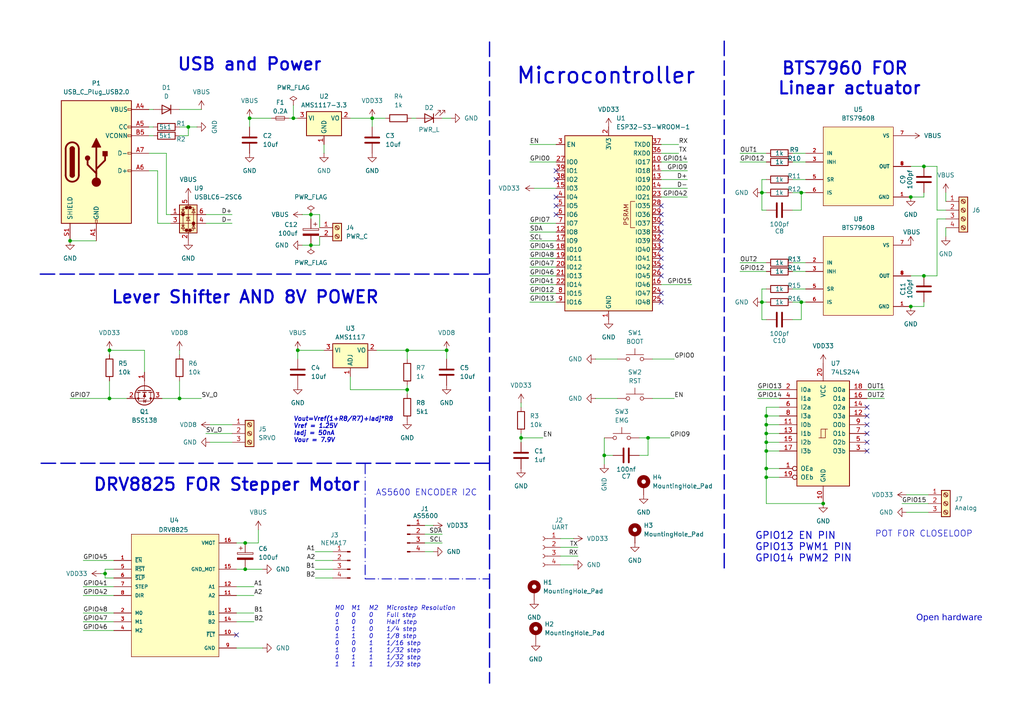
<source format=kicad_sch>
(kicad_sch (version 20231120) (generator "eeschema") (generator_version "8.0")
  (paper "A4")
  (title_block (title "ESP32 Control System") (date "2024-06-15") (rev "v1") (company "Shourov Paul"))
  (lib_symbols
    (symbol "74xx:74LS244" (pin_names (offset 1.016))
      (property "Reference" "U" (at -7.62 16.51 0))
      (property "Value" "74LS244" (at -7.62 -16.51 0))
      (symbol "74LS244_1_0"
        (pin input inverted (at -12.7 -10.16 0) (length 5.08) (name "OEa") (number "1"))
        (pin power_in line (at 0 -20.32 90) (length 5.08) (name "GND") (number "10"))
        (pin input line (at -12.7 2.54 0) (length 5.08) (name "I0b") (number "11"))
        (pin tri_state line (at 12.7 5.08 180) (length 5.08) (name "O3a") (number "12"))
        (pin input line (at -12.7 0 0) (length 5.08) (name "I1b") (number "13"))
        (pin tri_state line (at 12.7 7.62 180) (length 5.08) (name "O2a") (number "14"))
        (pin input line (at -12.7 -2.54 0) (length 5.08) (name "I2b") (number "15"))
        (pin tri_state line (at 12.7 10.16 180) (length 5.08) (name "O1a") (number "16"))
        (pin input line (at -12.7 -5.08 0) (length 5.08) (name "I3b") (number "17"))
        (pin tri_state line (at 12.7 12.7 180) (length 5.08) (name "O0a") (number "18"))
        (pin input inverted (at -12.7 -12.7 0) (length 5.08) (name "OEb") (number "19"))
        (pin input line (at -12.7 12.7 0) (length 5.08) (name "I0a") (number "2"))
        (pin power_in line (at 0 20.32 270) (length 5.08) (name "VCC") (number "20"))
        (pin tri_state line (at 12.7 -5.08 180) (length 5.08) (name "O3b") (number "3"))
        (pin input line (at -12.7 10.16 0) (length 5.08) (name "I1a") (number "4"))
        (pin tri_state line (at 12.7 -2.54 180) (length 5.08) (name "O2b") (number "5"))
        (pin input line (at -12.7 7.62 0) (length 5.08) (name "I2a") (number "6"))
        (pin tri_state line (at 12.7 0 180) (length 5.08) (name "O1b") (number "7"))
        (pin input line (at -12.7 5.08 0) (length 5.08) (name "I3a") (number "8"))
        (pin tri_state line (at 12.7 2.54 180) (length 5.08) (name "O0b") (number "9"))
      )
    )
    (symbol "BTS7960B:BTS7960B" (pin_names (offset 1.016))
      (property "Reference" "U" (at -10.16 10.922 0))
      (property "Value" "BTS7960B" (at -10.16 -15.24 0))
      (symbol "BTS7960B_0_0"
        (pin power_in line (at 15.24 -10.16 180) (length 5.08) (name "GND") (number "1"))
        (pin input line (at -15.24 2.54 0) (length 5.08) (name "IN") (number "2"))
        (pin input line (at -15.24 0 0) (length 5.08) (name "INH") (number "3"))
        (pin output line (at 15.24 -1.27 180) (length 5.08) (name "OUT") (number "4"))
        (pin input line (at -15.24 -5.08 0) (length 5.08) (name "SR") (number "5"))
        (pin output line (at -15.24 -8.89 0) (length 5.08) (name "IS") (number "6"))
        (pin power_in line (at 15.24 7.62 180) (length 5.08) (name "VS") (number "7"))
        (pin output line (at 15.24 -1.27 180) (length 5.08) (name "OUT") (number "8"))
      )
    )
    (symbol "Connector:Conn_01x04_Pin" (pin_names (offset 1.016) hide)
      (property "Reference" "J" (at 0 5.08 0))
      (property "Value" "Conn_01x04_Pin" (at 0 -7.62 0))
      (symbol "Conn_01x04_Pin_1_1"
        (pin passive line (at 5.08 2.54 180) (length 3.81) (name "Pin_1") (number "1"))
        (pin passive line (at 5.08 0 180) (length 3.81) (name "Pin_2") (number "2"))
        (pin passive line (at 5.08 -2.54 180) (length 3.81) (name "Pin_3") (number "3"))
        (pin passive line (at 5.08 -5.08 180) (length 3.81) (name "Pin_4") (number "4"))
      )
    )
    (symbol "Connector:Conn_01x04_Socket" (pin_names (offset 1.016) hide)
      (property "Reference" "J" (at 0 5.08 0))
      (property "Value" "Conn_01x04_Socket" (at 0 -7.62 0))
      (symbol "Conn_01x04_Socket_1_1"
        (pin passive line (at -5.08 2.54 0) (length 3.81) (name "Pin_1") (number "1"))
        (pin passive line (at -5.08 0 0) (length 3.81) (name "Pin_2") (number "2"))
        (pin passive line (at -5.08 -2.54 0) (length 3.81) (name "Pin_3") (number "3"))
        (pin passive line (at -5.08 -5.08 0) (length 3.81) (name "Pin_4") (number "4"))
      )
    )
    (symbol "Connector:Screw_Terminal_01x02" (pin_names (offset 1.016) hide)
      (property "Reference" "J" (at 0 2.54 0))
      (property "Value" "Screw_Terminal_01x02" (at 0 -5.08 0))
      (symbol "Screw_Terminal_01x02_1_1"
        (pin passive line (at -5.08 0 0) (length 3.81) (name "Pin_1") (number "1"))
        (pin passive line (at -5.08 -2.54 0) (length 3.81) (name "Pin_2") (number "2"))
      )
    )
    (symbol "Connector:Screw_Terminal_01x03" (pin_names (offset 1.016) hide)
      (property "Reference" "J" (at 0 5.08 0))
      (property "Value" "Screw_Terminal_01x03" (at 0 -5.08 0))
      (symbol "Screw_Terminal_01x03_1_1"
        (pin passive line (at -5.08 2.54 0) (length 3.81) (name "Pin_1") (number "1"))
        (pin passive line (at -5.08 0 0) (length 3.81) (name "Pin_2") (number "2"))
        (pin passive line (at -5.08 -2.54 0) (length 3.81) (name "Pin_3") (number "3"))
      )
    )
    (symbol "Connector:Screw_Terminal_01x04" (pin_names (offset 1.016) hide)
      (property "Reference" "J" (at 0 5.08 0))
      (property "Value" "Screw_Terminal_01x04" (at 0 -7.62 0))
      (symbol "Screw_Terminal_01x04_1_1"
        (pin passive line (at -5.08 2.54 0) (length 3.81) (name "Pin_1") (number "1"))
        (pin passive line (at -5.08 0 0) (length 3.81) (name "Pin_2") (number "2"))
        (pin passive line (at -5.08 -2.54 0) (length 3.81) (name "Pin_3") (number "3"))
        (pin passive line (at -5.08 -5.08 0) (length 3.81) (name "Pin_4") (number "4"))
      )
    )
    (symbol "Connector:USB_C_Plug_USB2.0" (pin_names (offset 1.016))
      (property "Reference" "P" (at -10.16 19.05 0))
      (property "Value" "USB_C_Plug_USB2.0" (at 12.7 19.05 0))
      (symbol "USB_C_Plug_USB2.0_1_1"
        (pin passive line (at 0 -22.86 90) (length 5.08) (name "GND") (number "A1"))
        (pin passive line (at 0 -22.86 90) (length 5.08) hide (name "GND") (number "A12"))
        (pin passive line (at 15.24 15.24 180) (length 5.08) (name "VBUS") (number "A4"))
        (pin bidirectional line (at 15.24 10.16 180) (length 5.08) (name "CC") (number "A5"))
        (pin bidirectional line (at 15.24 -2.54 180) (length 5.08) (name "D+") (number "A6"))
        (pin bidirectional line (at 15.24 2.54 180) (length 5.08) (name "D-") (number "A7"))
        (pin passive line (at 15.24 15.24 180) (length 5.08) hide (name "VBUS") (number "A9"))
        (pin passive line (at 0 -22.86 90) (length 5.08) hide (name "GND") (number "B1"))
        (pin passive line (at 0 -22.86 90) (length 5.08) hide (name "GND") (number "B12"))
        (pin passive line (at 15.24 15.24 180) (length 5.08) hide (name "VBUS") (number "B4"))
        (pin bidirectional line (at 15.24 7.62 180) (length 5.08) (name "VCONN") (number "B5"))
        (pin passive line (at 15.24 15.24 180) (length 5.08) hide (name "VBUS") (number "B9"))
        (pin passive line (at -7.62 -22.86 90) (length 5.08) (name "SHIELD") (number "S1"))
      )
    )
    (symbol "DRV8825_STEPPER_MOTOR_DRIVER_CARRIER:DRV8825_STEPPER_MOTOR_DRIVER_CARRIER" (pin_names (offset 1.016))
      (property "Reference" "U" (at -12.7 18.542 0))
      (property "Value" "DRV8825_STEPPER_MOTOR_DRIVER_CARRIER" (at -12.7 -20.32 0))
      (property "Footprint" "DRV8825_STEPPER_MOTOR_DRIVER_CARRIER:IC_DRV8825_STEPPER_MOTOR_DRIVER_CARRIER" (at 0 0 0))
      (symbol "DRV8825_STEPPER_MOTOR_DRIVER_CARRIER_0_0"
        (pin input line (at -17.78 10.16 0) (length 5.08) (name "~{EN}") (number "1"))
        (pin output line (at 17.78 -11.43 180) (length 5.08) (name "~{FLT}") (number "10"))
        (pin output line (at 17.78 0 180) (length 5.08) (name "A2") (number "11"))
        (pin output line (at 17.78 2.54 180) (length 5.08) (name "A1") (number "12"))
        (pin output line (at 17.78 -5.08 180) (length 5.08) (name "B1") (number "13"))
        (pin output line (at 17.78 -7.62 180) (length 5.08) (name "B2") (number "14"))
        (pin power_in line (at 17.78 7.62 180) (length 5.08) (name "GND_MOT") (number "15"))
        (pin power_in line (at 17.78 15.24 180) (length 5.08) (name "VMOT") (number "16"))
        (pin input line (at -17.78 -5.08 0) (length 5.08) (name "M0") (number "2"))
        (pin input line (at -17.78 -7.62 0) (length 5.08) (name "M1") (number "3"))
        (pin input line (at -17.78 -10.16 0) (length 5.08) (name "M2") (number "4"))
        (pin input line (at -17.78 7.62 0) (length 5.08) (name "~{RST}") (number "5"))
        (pin input line (at -17.78 5.08 0) (length 5.08) (name "~{SLP}") (number "6"))
        (pin input line (at -17.78 2.54 0) (length 5.08) (name "STEP") (number "7"))
        (pin input line (at -17.78 0 0) (length 5.08) (name "DIR") (number "8"))
        (pin power_in line (at 17.78 -15.24 180) (length 5.08) (name "GND") (number "9"))
      )
    )
    (symbol "Device:C" (pin_numbers hide) (pin_names (offset 0.254))
      (property "Reference" "C" (at 0.635 2.54 0))
      (property "Value" "C" (at 0.635 -2.54 0))
      (symbol "C_1_1"
        (pin passive line (at 0 3.81 270) (length 2.794) (name "~") (number "1"))
        (pin passive line (at 0 -3.81 90) (length 2.794) (name "~") (number "2"))
      )
    )
    (symbol "Device:C_Polarized" (pin_numbers hide) (pin_names (offset 0.254))
      (property "Reference" "C" (at 0.635 2.54 0))
      (property "Value" "C_Polarized" (at 0.635 -2.54 0))
      (symbol "C_Polarized_1_1"
        (pin passive line (at 0 3.81 270) (length 2.794) (name "~") (number "1"))
        (pin passive line (at 0 -3.81 90) (length 2.794) (name "~") (number "2"))
      )
    )
    (symbol "Device:D" (pin_numbers hide) (pin_names (offset 1.016) hide)
      (property "Reference" "D" (at 0 2.54 0))
      (property "Value" "D" (at 0 -2.54 0))
      (symbol "D_1_1"
        (pin passive line (at -3.81 0 0) (length 2.54) (name "K") (number "1"))
        (pin passive line (at 3.81 0 180) (length 2.54) (name "A") (number "2"))
      )
    )
    (symbol "Device:Fuse_Small" (pin_numbers hide) (pin_names (offset 0.254) hide)
      (property "Reference" "F" (at 0 -1.524 0))
      (property "Value" "Fuse_Small" (at 0 1.524 0))
      (symbol "Fuse_Small_1_1"
        (pin passive line (at -2.54 0 0) (length 1.27) (name "~") (number "1"))
        (pin passive line (at 2.54 0 180) (length 1.27) (name "~") (number "2"))
      )
    )
    (symbol "Device:LED" (pin_numbers hide) (pin_names (offset 1.016) hide)
      (property "Reference" "D" (at 0 2.54 0))
      (property "Value" "LED" (at 0 -2.54 0))
      (symbol "LED_1_1"
        (pin passive line (at -3.81 0 0) (length 2.54) (name "K") (number "1"))
        (pin passive line (at 3.81 0 180) (length 2.54) (name "A") (number "2"))
      )
    )
    (symbol "Device:R" (pin_numbers hide) (pin_names (offset 0))
      (property "Reference" "R" (at 2.032 0 90))
      (property "Value" "R" (at 0 0 90))
      (symbol "R_1_1"
        (pin passive line (at 0 3.81 270) (length 1.27) (name "~") (number "1"))
        (pin passive line (at 0 -3.81 90) (length 1.27) (name "~") (number "2"))
      )
    )
    (symbol "Mechanical:MountingHole_Pad" (pin_numbers hide) (pin_names (offset 1.016) hide) (exclude_from_sim yes) (in_bom no)
      (property "Reference" "H" (at 0 6.35 0))
      (property "Value" "MountingHole_Pad" (at 0 4.445 0))
      (symbol "MountingHole_Pad_1_1"
        (pin input line (at 0 -2.54 90) (length 2.54) (name "1") (number "1"))
      )
    )
    (symbol "Power_Protection:USBLC6-2SC6" (pin_names hide)
      (property "Reference" "U" (at 0.635 5.715 0))
      (property "Value" "USBLC6-2SC6" (at 0.635 3.81 0))
      (symbol "USBLC6-2SC6_1_1"
        (pin passive line (at -5.08 0 0) (length 2.54) (name "I/O1") (number "1"))
        (pin passive line (at 0 -7.62 90) (length 2.54) (name "GND") (number "2"))
        (pin passive line (at -5.08 -2.54 0) (length 2.54) (name "I/O2") (number "3"))
        (pin passive line (at 5.08 -2.54 180) (length 2.54) (name "I/O2") (number "4"))
        (pin passive line (at 0 5.08 270) (length 2.54) (name "VBUS") (number "5"))
        (pin passive line (at 5.08 0 180) (length 2.54) (name "I/O1") (number "6"))
      )
    )
    (symbol "RF_Module:ESP32-S3-WROOM-1"
      (property "Reference" "U" (at -12.7 26.67 0))
      (property "Value" "ESP32-S3-WROOM-1" (at 12.7 26.67 0))
      (symbol "ESP32-S3-WROOM-1_0_0"
        (text "PSRAM" (at 5.08 2.54 900) (effects (font (size 1.27 1.27))))
      )
      (symbol "ESP32-S3-WROOM-1_1_1"
        (pin power_in line (at 0 -27.94 90) (length 2.54) (name "GND") (number "1"))
        (pin bidirectional line (at 15.24 17.78 180) (length 2.54) (name "IO17") (number "10"))
        (pin bidirectional line (at 15.24 15.24 180) (length 2.54) (name "IO18") (number "11"))
        (pin bidirectional line (at -15.24 -2.54 0) (length 2.54) (name "IO8") (number "12"))
        (pin bidirectional line (at 15.24 12.7 180) (length 2.54) (name "IO19") (number "13"))
        (pin bidirectional line (at 15.24 10.16 180) (length 2.54) (name "IO20") (number "14"))
        (pin bidirectional line (at -15.24 10.16 0) (length 2.54) (name "IO3") (number "15"))
        (pin bidirectional line (at 15.24 -17.78 180) (length 2.54) (name "IO46") (number "16"))
        (pin bidirectional line (at -15.24 -5.08 0) (length 2.54) (name "IO9") (number "17"))
        (pin bidirectional line (at -15.24 -7.62 0) (length 2.54) (name "IO10") (number "18"))
        (pin bidirectional line (at -15.24 -10.16 0) (length 2.54) (name "IO11") (number "19"))
        (pin power_in line (at 0 27.94 270) (length 2.54) (name "3V3") (number "2"))
        (pin bidirectional line (at -15.24 -12.7 0) (length 2.54) (name "IO12") (number "20"))
        (pin bidirectional line (at -15.24 -15.24 0) (length 2.54) (name "IO13") (number "21"))
        (pin bidirectional line (at -15.24 -17.78 0) (length 2.54) (name "IO14") (number "22"))
        (pin bidirectional line (at 15.24 7.62 180) (length 2.54) (name "IO21") (number "23"))
        (pin bidirectional line (at 15.24 -20.32 180) (length 2.54) (name "IO47") (number "24"))
        (pin bidirectional line (at 15.24 -22.86 180) (length 2.54) (name "IO48") (number "25"))
        (pin bidirectional line (at 15.24 -15.24 180) (length 2.54) (name "IO45") (number "26"))
        (pin bidirectional line (at -15.24 17.78 0) (length 2.54) (name "IO0") (number "27"))
        (pin bidirectional line (at 15.24 5.08 180) (length 2.54) (name "IO35") (number "28"))
        (pin bidirectional line (at 15.24 2.54 180) (length 2.54) (name "IO36") (number "29"))
        (pin input line (at -15.24 22.86 0) (length 2.54) (name "EN") (number "3"))
        (pin bidirectional line (at 15.24 0 180) (length 2.54) (name "IO37") (number "30"))
        (pin bidirectional line (at 15.24 -2.54 180) (length 2.54) (name "IO38") (number "31"))
        (pin bidirectional line (at 15.24 -5.08 180) (length 2.54) (name "IO39") (number "32"))
        (pin bidirectional line (at 15.24 -7.62 180) (length 2.54) (name "IO40") (number "33"))
        (pin bidirectional line (at 15.24 -10.16 180) (length 2.54) (name "IO41") (number "34"))
        (pin bidirectional line (at 15.24 -12.7 180) (length 2.54) (name "IO42") (number "35"))
        (pin bidirectional line (at 15.24 20.32 180) (length 2.54) (name "RXD0") (number "36"))
        (pin bidirectional line (at 15.24 22.86 180) (length 2.54) (name "TXD0") (number "37"))
        (pin bidirectional line (at -15.24 12.7 0) (length 2.54) (name "IO2") (number "38"))
        (pin bidirectional line (at -15.24 15.24 0) (length 2.54) (name "IO1") (number "39"))
        (pin bidirectional line (at -15.24 7.62 0) (length 2.54) (name "IO4") (number "4"))
        (pin passive line (at 0 -27.94 90) (length 2.54) hide (name "GND") (number "40"))
        (pin passive line (at 0 -27.94 90) (length 2.54) hide (name "GND") (number "41"))
        (pin bidirectional line (at -15.24 5.08 0) (length 2.54) (name "IO5") (number "5"))
        (pin bidirectional line (at -15.24 2.54 0) (length 2.54) (name "IO6") (number "6"))
        (pin bidirectional line (at -15.24 0 0) (length 2.54) (name "IO7") (number "7"))
        (pin bidirectional line (at -15.24 -20.32 0) (length 2.54) (name "IO15") (number "8"))
        (pin bidirectional line (at -15.24 -22.86 0) (length 2.54) (name "IO16") (number "9"))
      )
    )
    (symbol "Regulator_Linear:AMS1117"
      (property "Reference" "U" (at -3.81 3.175 0))
      (property "Value" "AMS1117" (at 0 3.175 0))
      (symbol "AMS1117_1_1"
        (pin input line (at 0 -7.62 90) (length 2.54) (name "ADJ") (number "1"))
        (pin power_out line (at 7.62 0 180) (length 2.54) (name "VO") (number "2"))
        (pin power_in line (at -7.62 0 0) (length 2.54) (name "VI") (number "3"))
      )
    )
    (symbol "Regulator_Linear:AMS1117-3.3"
      (property "Reference" "U" (at -3.81 3.175 0))
      (property "Value" "AMS1117-3.3" (at 0 3.175 0))
      (symbol "AMS1117-3.3_1_1"
        (pin power_in line (at 0 -7.62 90) (length 2.54) (name "GND") (number "1"))
        (pin power_out line (at 7.62 0 180) (length 2.54) (name "VO") (number "2"))
        (pin power_in line (at -7.62 0 0) (length 2.54) (name "VI") (number "3"))
      )
    )
    (symbol "Switch:SW_Push" (pin_numbers hide) (pin_names (offset 1.016) hide)
      (property "Reference" "SW" (at 1.27 2.54 0))
      (property "Value" "SW_Push" (at 0 -1.524 0))
      (symbol "SW_Push_0_1"
        (pin passive line (at -5.08 0 0) (length 2.54) (name "1") (number "1"))
        (pin passive line (at 5.08 0 180) (length 2.54) (name "2") (number "2"))
      )
    )
    (symbol "Transistor_FET:BSS138" (pin_names hide)
      (property "Reference" "Q" (at 5.08 1.905 0))
      (property "Value" "BSS138" (at 5.08 0 0))
      (symbol "BSS138_1_1"
        (pin input line (at -5.08 0 0) (length 2.54) (name "G") (number "1"))
        (pin passive line (at 2.54 -5.08 90) (length 2.54) (name "S") (number "2"))
        (pin passive line (at 2.54 5.08 270) (length 2.54) (name "D") (number "3"))
      )
    )
    (symbol "power:GND" (power) (pin_numbers hide) (pin_names (offset 0) hide)
      (property "Value" "GND" (at 0 -3.81 0))
      (symbol "GND_1_1"
        (pin power_in line (at 0 0 270) (length 0) (name "~") (number "1"))
      )
    )
    (symbol "power:PWR_FLAG" (power) (pin_numbers hide) (pin_names (offset 0) hide)
      (property "Value" "PWR_FLAG" (at 0 3.81 0))
      (symbol "PWR_FLAG_0_0"
        (pin power_out line (at 0 0 90) (length 0) (name "~") (number "1"))
      )
    )
    (symbol "power:VBUS" (power) (pin_numbers hide) (pin_names (offset 0) hide)
      (property "Value" "VBUS" (at 0 3.556 0))
      (symbol "VBUS_1_1"
        (pin power_in line (at 0 0 90) (length 0) (name "~") (number "1"))
      )
    )
    (symbol "power:VDD" (power) (pin_numbers hide) (pin_names (offset 0) hide)
      (property "Value" "VDD" (at 0 3.556 0))
      (symbol "VDD_1_1"
        (pin power_in line (at 0 0 90) (length 0) (name "~") (number "1"))
      )
    )
  )
  (junction (at 264.16 88.9))
  (junction (at 264.16 57.15))
  (junction (at 187.96 127))
  (junction (at 222.25 123.19))
  (junction (at 222.25 138.43))
  (junction (at 222.25 128.27))
  (junction (at 238.76 146.05))
  (junction (at 31.75 115.57))
  (junction (at 118.11 101.6))
  (junction (at 222.25 120.65))
  (junction (at 20.32 69.85))
  (junction (at 220.98 55.88))
  (junction (at 90.17 71.12))
  (junction (at 85.09 34.29))
  (junction (at 118.11 113.03))
  (junction (at 232.41 55.88))
  (junction (at 90.17 62.23))
  (junction (at 220.98 87.63))
  (junction (at 151.13 127))
  (junction (at 86.36 101.6))
  (junction (at 175.26 132.08))
  (junction (at 52.07 115.57))
  (junction (at 129.54 101.6))
  (junction (at 71.12 157.48))
  (junction (at 72.39 34.29))
  (junction (at 107.95 34.29))
  (junction (at 222.25 135.89))
  (junction (at 31.75 101.6))
  (junction (at 71.12 165.1))
  (junction (at 30.48 166.37))
  (junction (at 232.41 87.63))
  (junction (at 222.25 125.73))
  (junction (at 54.61 36.83))
  (junction (at 267.97 48.26))
  (junction (at 222.25 130.81))
  (junction (at 267.97 80.01))
  (no_connect (at 191.77 62.23))
  (no_connect (at 191.77 74.93))
  (no_connect (at 191.77 67.31))
  (no_connect (at 251.46 118.11))
  (no_connect (at 191.77 77.47))
  (no_connect (at 191.77 72.39))
  (no_connect (at 161.29 57.15))
  (no_connect (at 161.29 59.69))
  (no_connect (at 68.58 184.15))
  (no_connect (at 251.46 123.19))
  (no_connect (at 251.46 130.81))
  (no_connect (at 191.77 87.63))
  (no_connect (at 251.46 120.65))
  (no_connect (at 191.77 69.85))
  (no_connect (at 251.46 128.27))
  (no_connect (at 161.29 49.53))
  (no_connect (at 191.77 64.77))
  (no_connect (at 191.77 59.69))
  (no_connect (at 191.77 85.09))
  (no_connect (at 161.29 62.23))
  (no_connect (at 161.29 52.07))
  (no_connect (at 251.46 125.73))
  (no_connect (at 191.77 80.01))
  (polyline (pts (xy 141.986 12.192) (xy 141.986 198.12)) (stroke (width 0.381) (type dash)))
  (wire (pts (xy 229.87 87.63) (xy 232.41 87.63)))
  (wire (pts (xy 54.61 36.83) (xy 52.07 36.83)))
  (wire (pts (xy 101.6 113.03) (xy 118.11 113.03)))
  (wire (pts (xy 107.95 34.29) (xy 111.76 34.29)))
  (wire (pts (xy 73.66 177.8) (xy 68.58 177.8)))
  (wire (pts (xy 68.58 187.96) (xy 76.2 187.96)))
  (wire (pts (xy 52.07 31.75) (xy 58.42 31.75)))
  (wire (pts (xy 256.54 115.57) (xy 251.46 115.57)))
  (wire (pts (xy 267.97 87.63) (xy 267.97 88.9)))
  (wire (pts (xy 24.13 172.72) (xy 33.02 172.72)))
  (wire (pts (xy 125.73 160.02) (xy 123.19 160.02)))
  (wire (pts (xy 220.98 83.82) (xy 220.98 87.63)))
  (wire (pts (xy 175.26 132.08) (xy 177.8 132.08)))
  (wire (pts (xy 87.63 62.23) (xy 90.17 62.23)))
  (wire (pts (xy 222.25 128.27) (xy 222.25 130.81)))
  (wire (pts (xy 74.93 157.48) (xy 74.93 153.67)))
  (wire (pts (xy 129.54 101.6) (xy 129.54 104.14)))
  (wire (pts (xy 187.96 127) (xy 194.31 127)))
  (wire (pts (xy 222.25 125.73) (xy 222.25 128.27)))
  (wire (pts (xy 229.87 44.45) (xy 233.68 44.45)))
  (wire (pts (xy 172.72 104.14) (xy 179.07 104.14)))
  (wire (pts (xy 153.67 67.31) (xy 161.29 67.31)))
  (wire (pts (xy 157.48 127) (xy 151.13 127)))
  (wire (pts (xy 229.87 46.99) (xy 233.68 46.99)))
  (wire (pts (xy 222.25 130.81) (xy 222.25 135.89)))
  (wire (pts (xy 222.25 125.73) (xy 226.06 125.73)))
  (wire (pts (xy 271.78 60.96) (xy 271.78 48.26)))
  (wire (pts (xy 128.27 154.94) (xy 123.19 154.94)))
  (wire (pts (xy 199.39 52.07) (xy 191.77 52.07)))
  (wire (pts (xy 229.87 76.2) (xy 233.68 76.2)))
  (polyline (pts (xy 11.684 79.502) (xy 141.986 79.502)) (stroke (width 0.381) (type dash)))
  (wire (pts (xy 269.24 148.59) (xy 262.89 148.59)))
  (wire (pts (xy 41.91 107.95) (xy 41.91 101.6)))
  (wire (pts (xy 199.39 54.61) (xy 191.77 54.61)))
  (wire (pts (xy 219.71 115.57) (xy 226.06 115.57)))
  (wire (pts (xy 222.25 138.43) (xy 226.06 138.43)))
  (wire (pts (xy 229.87 52.07) (xy 233.68 52.07)))
  (wire (pts (xy 86.36 101.6) (xy 86.36 104.14)))
  (wire (pts (xy 128.27 157.48) (xy 123.19 157.48)))
  (wire (pts (xy 92.71 71.12) (xy 92.71 68.58)))
  (wire (pts (xy 72.39 34.29) (xy 78.74 34.29)))
  (wire (pts (xy 71.12 165.1) (xy 76.2 165.1)))
  (wire (pts (xy 118.11 111.76) (xy 118.11 113.03)))
  (wire (pts (xy 67.31 62.23) (xy 59.69 62.23)))
  (polyline (pts (xy 210.058 11.938) (xy 210.058 166.116)) (stroke (width 0.381) (type dash)))
  (wire (pts (xy 222.25 123.19) (xy 222.25 125.73)))
  (wire (pts (xy 83.82 34.29) (xy 85.09 34.29)))
  (wire (pts (xy 175.26 132.08) (xy 175.26 127)))
  (wire (pts (xy 222.25 52.07) (xy 220.98 52.07)))
  (wire (pts (xy 153.67 72.39) (xy 161.29 72.39)))
  (wire (pts (xy 261.62 146.05) (xy 269.24 146.05)))
  (wire (pts (xy 85.09 34.29) (xy 86.36 34.29)))
  (wire (pts (xy 153.67 46.99) (xy 161.29 46.99)))
  (wire (pts (xy 200.66 82.55) (xy 191.77 82.55)))
  (wire (pts (xy 43.18 36.83) (xy 44.45 36.83)))
  (wire (pts (xy 52.07 101.6) (xy 52.07 102.87)))
  (wire (pts (xy 214.63 44.45) (xy 222.25 44.45)))
  (wire (pts (xy 31.75 110.49) (xy 31.75 115.57)))
  (wire (pts (xy 232.41 60.96) (xy 232.41 55.88)))
  (wire (pts (xy 195.58 104.14) (xy 189.23 104.14)))
  (wire (pts (xy 199.39 49.53) (xy 191.77 49.53)))
  (wire (pts (xy 91.44 160.02) (xy 96.52 160.02)))
  (wire (pts (xy 125.73 152.4) (xy 123.19 152.4)))
  (wire (pts (xy 128.27 34.29) (xy 130.81 34.29)))
  (wire (pts (xy 222.25 130.81) (xy 226.06 130.81)))
  (wire (pts (xy 101.6 109.22) (xy 101.6 113.03)))
  (wire (pts (xy 256.54 113.03) (xy 251.46 113.03)))
  (wire (pts (xy 232.41 55.88) (xy 233.68 55.88)))
  (wire (pts (xy 220.98 92.71) (xy 220.98 87.63)))
  (wire (pts (xy 24.13 177.8) (xy 33.02 177.8)))
  (wire (pts (xy 269.24 143.51) (xy 262.89 143.51)))
  (wire (pts (xy 43.18 39.37) (xy 44.45 39.37)))
  (wire (pts (xy 43.18 44.45) (xy 48.26 44.45)))
  (polyline (pts (xy 105.918 134.62) (xy 105.918 167.894)) (stroke (width 0.254) (type dash_dot)))
  (wire (pts (xy 85.09 30.48) (xy 85.09 34.29)))
  (wire (pts (xy 68.58 157.48) (xy 71.12 157.48)))
  (wire (pts (xy 222.25 135.89) (xy 222.25 138.43)))
  (wire (pts (xy 118.11 104.14) (xy 118.11 101.6)))
  (wire (pts (xy 87.63 71.12) (xy 90.17 71.12)))
  (wire (pts (xy 214.63 76.2) (xy 222.25 76.2)))
  (wire (pts (xy 52.07 110.49) (xy 52.07 115.57)))
  (wire (pts (xy 54.61 39.37) (xy 54.61 36.83)))
  (wire (pts (xy 185.42 132.08) (xy 187.96 132.08)))
  (wire (pts (xy 31.75 101.6) (xy 31.75 102.87)))
  (wire (pts (xy 226.06 118.11) (xy 222.25 118.11)))
  (wire (pts (xy 162.56 163.83) (xy 166.37 163.83)))
  (wire (pts (xy 29.21 166.37) (xy 30.48 166.37)))
  (wire (pts (xy 45.72 49.53) (xy 45.72 64.77)))
  (wire (pts (xy 107.95 34.29) (xy 107.95 36.83)))
  (wire (pts (xy 151.13 116.84) (xy 151.13 118.11)))
  (wire (pts (xy 43.18 49.53) (xy 45.72 49.53)))
  (wire (pts (xy 151.13 127) (xy 151.13 128.27)))
  (wire (pts (xy 222.25 123.19) (xy 226.06 123.19)))
  (wire (pts (xy 222.25 146.05) (xy 238.76 146.05)))
  (wire (pts (xy 41.91 101.6) (xy 31.75 101.6)))
  (wire (pts (xy 162.56 156.21) (xy 166.37 156.21)))
  (wire (pts (xy 271.78 63.5) (xy 274.32 63.5)))
  (wire (pts (xy 222.25 120.65) (xy 222.25 123.19)))
  (wire (pts (xy 90.17 62.23) (xy 92.71 62.23)))
  (wire (pts (xy 232.41 87.63) (xy 233.68 87.63)))
  (polyline (pts (xy 11.938 134.366) (xy 142.24 134.366)) (stroke (width 0.381) (type dash)))
  (wire (pts (xy 68.58 165.1) (xy 71.12 165.1)))
  (wire (pts (xy 187.96 132.08) (xy 187.96 127)))
  (wire (pts (xy 91.44 167.64) (xy 96.52 167.64)))
  (wire (pts (xy 73.66 172.72) (xy 68.58 172.72)))
  (wire (pts (xy 20.32 69.85) (xy 27.94 69.85)))
  (wire (pts (xy 73.66 180.34) (xy 68.58 180.34)))
  (wire (pts (xy 229.87 55.88) (xy 232.41 55.88)))
  (wire (pts (xy 220.98 60.96) (xy 220.98 55.88)))
  (wire (pts (xy 271.78 80.01) (xy 267.97 80.01)))
  (polyline (pts (xy 141.986 79.502) (xy 141.986 79.248)))
  (wire (pts (xy 118.11 101.6) (xy 129.54 101.6)))
  (wire (pts (xy 153.67 41.91) (xy 161.29 41.91)))
  (wire (pts (xy 271.78 60.96) (xy 274.32 60.96)))
  (wire (pts (xy 222.25 135.89) (xy 226.06 135.89)))
  (wire (pts (xy 67.31 128.27) (xy 60.96 128.27)))
  (wire (pts (xy 229.87 83.82) (xy 233.68 83.82)))
  (wire (pts (xy 67.31 64.77) (xy 59.69 64.77)))
  (wire (pts (xy 196.85 44.45) (xy 191.77 44.45)))
  (wire (pts (xy 30.48 167.64) (xy 30.48 166.37)))
  (wire (pts (xy 91.44 162.56) (xy 96.52 162.56)))
  (wire (pts (xy 52.07 39.37) (xy 54.61 39.37)))
  (wire (pts (xy 214.63 78.74) (xy 222.25 78.74)))
  (wire (pts (xy 52.07 115.57) (xy 46.99 115.57)))
  (polyline (pts (xy 105.918 167.894) (xy 141.986 167.894)) (stroke (width 0.254) (type dash_dot)))
  (wire (pts (xy 31.75 115.57) (xy 36.83 115.57)))
  (wire (pts (xy 153.67 74.93) (xy 161.29 74.93)))
  (wire (pts (xy 267.97 55.88) (xy 267.97 57.15)))
  (wire (pts (xy 220.98 52.07) (xy 220.98 55.88)))
  (wire (pts (xy 57.15 36.83) (xy 54.61 36.83)))
  (wire (pts (xy 92.71 62.23) (xy 92.71 66.04)))
  (wire (pts (xy 232.41 92.71) (xy 232.41 87.63)))
  (wire (pts (xy 175.26 134.62) (xy 175.26 132.08)))
  (wire (pts (xy 48.26 44.45) (xy 48.26 62.23)))
  (wire (pts (xy 45.72 64.77) (xy 49.53 64.77)))
  (wire (pts (xy 172.72 115.57) (xy 179.07 115.57)))
  (wire (pts (xy 33.02 167.64) (xy 30.48 167.64)))
  (wire (pts (xy 24.13 180.34) (xy 33.02 180.34)))
  (wire (pts (xy 220.98 55.88) (xy 222.25 55.88)))
  (wire (pts (xy 195.58 115.57) (xy 189.23 115.57)))
  (wire (pts (xy 222.25 83.82) (xy 220.98 83.82)))
  (wire (pts (xy 90.17 62.23) (xy 90.17 63.5)))
  (wire (pts (xy 48.26 62.23) (xy 49.53 62.23)))
  (wire (pts (xy 90.17 71.12) (xy 92.71 71.12)))
  (wire (pts (xy 154.94 54.61) (xy 161.29 54.61)))
  (wire (pts (xy 153.67 77.47) (xy 161.29 77.47)))
  (wire (pts (xy 24.13 182.88) (xy 33.02 182.88)))
  (wire (pts (xy 222.25 92.71) (xy 220.98 92.71)))
  (wire (pts (xy 30.48 165.1) (xy 33.02 165.1)))
  (wire (pts (xy 271.78 63.5) (xy 271.78 80.01)))
  (wire (pts (xy 109.22 101.6) (xy 118.11 101.6)))
  (wire (pts (xy 167.64 158.75) (xy 162.56 158.75)))
  (wire (pts (xy 153.67 85.09) (xy 161.29 85.09)))
  (wire (pts (xy 264.16 48.26) (xy 267.97 48.26)))
  (wire (pts (xy 153.67 69.85) (xy 161.29 69.85)))
  (wire (pts (xy 73.66 170.18) (xy 68.58 170.18)))
  (wire (pts (xy 43.18 31.75) (xy 44.45 31.75)))
  (wire (pts (xy 267.97 57.15) (xy 264.16 57.15)))
  (wire (pts (xy 93.98 41.91) (xy 93.98 44.45)))
  (wire (pts (xy 229.87 78.74) (xy 233.68 78.74)))
  (wire (pts (xy 222.25 138.43) (xy 222.25 146.05)))
  (wire (pts (xy 91.44 165.1) (xy 96.52 165.1)))
  (wire (pts (xy 264.16 80.01) (xy 267.97 80.01)))
  (wire (pts (xy 271.78 48.26) (xy 267.97 48.26)))
  (wire (pts (xy 220.98 87.63) (xy 222.25 87.63)))
  (wire (pts (xy 229.87 92.71) (xy 232.41 92.71)))
  (wire (pts (xy 59.69 125.73) (xy 67.31 125.73)))
  (wire (pts (xy 58.42 115.57) (xy 52.07 115.57)))
  (wire (pts (xy 222.25 60.96) (xy 220.98 60.96)))
  (wire (pts (xy 101.6 34.29) (xy 107.95 34.29)))
  (wire (pts (xy 72.39 34.29) (xy 72.39 36.83)))
  (wire (pts (xy 86.36 101.6) (xy 93.98 101.6)))
  (wire (pts (xy 222.25 120.65) (xy 226.06 120.65)))
  (wire (pts (xy 222.25 118.11) (xy 222.25 120.65)))
  (wire (pts (xy 199.39 46.99) (xy 191.77 46.99)))
  (wire (pts (xy 153.67 80.01) (xy 161.29 80.01)))
  (wire (pts (xy 185.42 127) (xy 187.96 127)))
  (polyline (pts (xy 141.986 79.248) (xy 141.986 79.502)))
  (wire (pts (xy 118.11 113.03) (xy 118.11 114.3)))
  (wire (pts (xy 222.25 128.27) (xy 226.06 128.27)))
  (wire (pts (xy 153.67 82.55) (xy 161.29 82.55)))
  (wire (pts (xy 151.13 125.73) (xy 151.13 127)))
  (wire (pts (xy 153.67 64.77) (xy 161.29 64.77)))
  (wire (pts (xy 229.87 60.96) (xy 232.41 60.96)))
  (wire (pts (xy 274.32 55.88) (xy 274.32 58.42)))
  (wire (pts (xy 24.13 170.18) (xy 33.02 170.18)))
  (wire (pts (xy 167.64 161.29) (xy 162.56 161.29)))
  (wire (pts (xy 119.38 34.29) (xy 120.65 34.29)))
  (wire (pts (xy 274.32 66.04) (xy 274.32 68.58)))
  (wire (pts (xy 20.32 115.57) (xy 31.75 115.57)))
  (wire (pts (xy 267.97 88.9) (xy 264.16 88.9)))
  (wire (pts (xy 67.31 123.19) (xy 60.96 123.19)))
  (wire (pts (xy 219.71 113.03) (xy 226.06 113.03)))
  (wire (pts (xy 24.13 162.56) (xy 33.02 162.56)))
  (wire (pts (xy 71.12 157.48) (xy 74.93 157.48)))
  (wire (pts (xy 199.39 57.15) (xy 191.77 57.15)))
  (wire (pts (xy 196.85 41.91) (xy 191.77 41.91)))
  (wire (pts (xy 153.67 87.63) (xy 161.29 87.63)))
  (wire (pts (xy 214.63 46.99) (xy 222.25 46.99)))
  (wire (pts (xy 30.48 166.37) (xy 30.48 165.1)))
  (text "M0	M1	M2	Microstep Resolution\n0	0	0	Full step\n1	0	0	Half step\n0	1	0	1/4 step\n1	1	0	1/8 step\n0	0	1	1/16 step\n1	0	1	1/32 step\n0	1	1	1/32 step\n1	1	1	1/32 step" (at 97.028 184.658 0) (effects (font (size 1.27 1.27) (italic yes)) (justify left)))
  (text "AS5600 ENCODER I2C" (at 123.698 143.002 0) (effects (font (size 1.778 1.778))))
  (text "GPIO12 EN PIN\nGPIO13 PWM1 PIN\nGPIO14 PWM2 PIN" (at 218.948 158.75 0) (effects (font (size 2.032 2.032) (thickness 0.254) (bold yes)) (justify left)))
  (text "USB and Power\n" (at 72.39 18.796 0) (effects (font (size 3.556 3.556) (thickness 0.6096) (bold yes))))
  (text "Open hardware" (at 275.336 179.832 0) (effects (font (size 1.778 1.778))))
  (text "Lever Shifter AND 8V POWER" (at 71.12 86.36 0) (effects (font (size 3.556 3.556) (thickness 0.6096) (bold yes))))
  (text "POT FOR CLOSELOOP" (at 267.97 154.94 0) (effects (font (size 1.778 1.778))))
  (text "Microcontroller" (at 175.768 22.098 0) (effects (font (size 4.572 4.572) (thickness 0.6096) (bold yes))))
  (text "BTS7960 FOR \nLinear actuator" (at 246.38 22.86 0) (effects (font (size 3.556 3.556) (thickness 0.6096) (bold yes))))
  (text "Vout=Vref(1+R8/R7)+Iadj*R8\nVref = 1.25V\nIadj = 50nA\nVour = 7.9V" (at 85.09 124.714 0) (effects (font (size 1.27 1.27) (thickness 0.254) (bold yes) (italic yes)) (justify left)))
  (text "DRV8825 FOR Stepper Motor" (at 65.786 140.716 0) (effects (font (size 3.556 3.556) (thickness 0.6096) (bold yes))))
  (label "GPIO41" (at 153.67 82.55 0))
  (label "OUT2" (at 214.63 76.2 0))
  (label "GPIO15" (at 261.62 146.05 0))
  (label "GPIO14" (at 219.71 115.57 0))
  (label "B2" (at 73.66 180.34 0))
  (label "EN" (at 153.67 41.91 0))
  (label "SV_O" (at 59.69 125.73 0))
  (label "GPIO48" (at 153.67 74.93 0))
  (label "GPIO45" (at 24.13 162.56 0))
  (label "SCL" (at 153.67 69.85 0))
  (label "GPIO14" (at 199.39 46.99 180))
  (label "TX" (at 167.64 158.75 180))
  (label "GPIO45" (at 153.67 72.39 0))
  (label "A1" (at 91.44 160.02 180))
  (label "GPIO0" (at 195.58 104.14 0))
  (label "D-" (at 67.31 64.77 180))
  (label "GPIO13" (at 153.67 87.63 0))
  (label "A2" (at 91.44 162.56 180))
  (label "GPIO46" (at 24.13 182.88 0))
  (label "GPIO47" (at 24.13 180.34 0))
  (label "SDA" (at 153.67 67.31 0))
  (label "GPIO47" (at 153.67 77.47 0))
  (label "GPIO42" (at 199.39 57.15 180))
  (label "OUT1" (at 256.54 113.03 180))
  (label "D+" (at 199.39 52.07 180))
  (label "SDA" (at 128.27 154.94 180))
  (label "B1" (at 91.44 165.1 180))
  (label "GPIO0" (at 153.67 46.99 0))
  (label "GPIO13" (at 219.71 113.03 0))
  (label "D-" (at 199.39 54.61 180))
  (label "D+" (at 67.31 62.23 180))
  (label "EN" (at 195.58 115.57 0))
  (label "B1" (at 73.66 177.8 0))
  (label "SV_O" (at 58.42 115.57 0))
  (label "GPIO12" (at 214.63 78.74 0))
  (label "GPIO7" (at 20.32 115.57 0))
  (label "A2" (at 73.66 172.72 0))
  (label "GPIO12" (at 214.63 46.99 0))
  (label "GPIO48" (at 24.13 177.8 0))
  (label "EN" (at 157.48 127 0))
  (label "GPIO42" (at 24.13 172.72 0))
  (label "GPIO15" (at 200.66 82.55 180))
  (label "GPIO12" (at 153.67 85.09 0))
  (label "RX" (at 167.64 161.29 180))
  (label "GPIO41" (at 24.13 170.18 0))
  (label "GPIO7" (at 153.67 64.77 0))
  (label "GPIO46" (at 153.67 80.01 0))
  (label "OUT2" (at 256.54 115.57 180))
  (label "A1" (at 73.66 170.18 0))
  (label "GPIO9" (at 194.31 127 0))
  (label "B2" (at 91.44 167.64 180))
  (label "GPIO9" (at 199.39 49.53 180))
  (label "RX" (at 196.85 41.91 0))
  (label "OUT1" (at 214.63 44.45 0))
  (label "TX" (at 196.85 44.45 0))
  (label "SCL" (at 128.27 157.48 180))
  (symbol (lib_id "power:PWR_FLAG") (at 90.17 62.23 0) (unit 1)
    (property "Reference" "#FLG02" (effects (hide yes)))
    (property "Value" "PWR_FLAG" (at 90.17 57.15 0))
    (property "Description" "Special symbol for telling ERC where power comes from" (effects (hide yes)))
  )
  (symbol (lib_id "Device:R") (at 226.06 44.45 90) (unit 1)
    (property "Reference" "R9" (at 230.378 43.434 90))
    (property "Value" "1k" (at 226.06 44.45 90))
    (property "Footprint" "Resistor_SMD:R_0402_1005Metric_Pad0.72x0.64mm_HandSolder" (effects (hide yes)))
    (property "Description" "Resistor" (effects (hide yes)))
  )
  (symbol (lib_id "power:GND") (at 57.15 36.83 90) (unit 1)
    (property "Reference" "#PWR02" (effects (hide yes)))
    (property "Value" "GND" (at 62.23 36.83 0))
    (property "Description" "Power symbol creates a global label with name \"GND\" , ground" (effects (hide yes)))
  )
  (symbol (lib_id "Device:C") (at 267.97 83.82 0) (mirror y) (unit 1)
    (property "Reference" "C11" (at 261.874 83.82 90))
    (property "Value" "100pf" (at 263.906 83.82 90))
    (property "Footprint" "Capacitor_SMD:C_0402_1005Metric_Pad0.74x0.62mm_HandSolder" (effects (hide yes)))
    (property "Description" "Unpolarized capacitor" (effects (hide yes)))
  )
  (symbol (lib_id "power:VDD") (at 154.94 54.61 90) (unit 1)
    (property "Reference" "#PWR08" (effects (hide yes)))
    (property "Value" "VDD33" (at 150.8276 54.6099 90) (effects (justify left)))
    (property "Description" "Power symbol creates a global label with name \"VDD\"" (effects (hide yes)))
  )
  (symbol (lib_id "power:GND") (at 107.95 44.45 0) (unit 1)
    (property "Reference" "#PWR013" (effects (hide yes)))
    (property "Value" "GND" (at 107.95 49.53 0))
    (property "Description" "Power symbol creates a global label with name \"GND\" , ground" (effects (hide yes)))
  )
  (symbol (lib_id "power:GND") (at 264.16 88.9 0) (unit 1)
    (property "Reference" "#PWR044" (effects (hide yes)))
    (property "Value" "GND" (at 264.16 93.98 0))
    (property "Description" "Power symbol creates a global label with name \"GND\" , ground" (effects (hide yes)))
  )
  (symbol (lib_id "RF_Module:ESP32-S3-WROOM-1") (at 176.53 64.77 0) (unit 1)
    (property "Reference" "U1" (at 178.7241 34.29 0) (effects (justify left)))
    (property "Value" "ESP32-S3-WROOM-1" (at 178.7241 36.83 0) (effects (justify left)))
    (property "Footprint" "RF_Module:ESP32-S3-WROOM-1" (effects (hide yes)))
    (property "Datasheet" "https://www.espressif.com/sites/default/files/documentation/esp32-s3-wroom-1_wroom-1u_datasheet_en.pdf" (effects (hide yes)))
    (property "Description" "RF Module, ESP32-S3 SoC, Wi-Fi 802.11b/g/n, Bluetooth, BLE, 32-bit, 3.3V, onboard antenna, SMD" (effects (hide yes)))
  )
  (symbol (lib_id "Device:C") (at 86.36 107.95 0) (unit 1)
    (property "Reference" "C4" (at 90.17 106.6799 0) (effects (justify left)))
    (property "Value" "10uf" (at 90.17 109.2199 0) (effects (justify left)))
    (property "Footprint" "Capacitor_SMD:C_1206_3216Metric_Pad1.33x1.80mm_HandSolder" (effects (hide yes)))
    (property "Description" "Unpolarized capacitor" (effects (hide yes)))
  )
  (symbol (lib_id "power:VBUS") (at 54.61 57.15 0) (unit 1)
    (property "Reference" "#PWR051" (effects (hide yes)))
    (property "Value" "VBUS" (at 54.61 52.07 0))
    (property "Description" "Power symbol creates a global label with name \"VBUS\"" (effects (hide yes)))
  )
  (symbol (lib_id "power:GND") (at 238.76 146.05 0) (unit 1)
    (property "Reference" "#PWR039" (effects (hide yes)))
    (property "Value" "GND" (at 238.76 151.13 0))
    (property "Description" "Power symbol creates a global label with name \"GND\" , ground" (effects (hide yes)))
  )
  (symbol (lib_id "power:VDD") (at 125.73 152.4 270) (unit 1)
    (property "Reference" "#PWR025" (effects (hide yes)))
    (property "Value" "VDD33" (at 129.54 152.3999 90) (effects (justify left)))
    (property "Description" "Power symbol creates a global label with name \"VDD\"" (effects (hide yes)))
  )
  (symbol (lib_id "power:GND") (at 60.96 128.27 270) (unit 1)
    (property "Reference" "#PWR054" (effects (hide yes)))
    (property "Value" "GND" (at 57.15 128.2699 90) (effects (justify right)))
    (property "Description" "Power symbol creates a global label with name \"GND\" , ground" (effects (hide yes)))
  )
  (symbol (lib_id "Device:C") (at 129.54 107.95 0) (unit 1)
    (property "Reference" "C5" (at 133.35 106.6799 0) (effects (justify left)))
    (property "Value" "10uf" (at 133.35 109.2199 0) (effects (justify left)))
    (property "Footprint" "Capacitor_SMD:C_1206_3216Metric_Pad1.33x1.80mm_HandSolder" (effects (hide yes)))
    (property "Description" "Unpolarized capacitor" (effects (hide yes)))
  )
  (symbol (lib_id "power:GND") (at 93.98 44.45 0) (unit 1)
    (property "Reference" "#PWR012" (effects (hide yes)))
    (property "Value" "GND" (at 93.98 49.53 0))
    (property "Description" "Power symbol creates a global label with name \"GND\" , ground" (effects (hide yes)))
  )
  (symbol (lib_id "power:GND") (at 220.98 55.88 270) (unit 1)
    (property "Reference" "#PWR040" (effects (hide yes)))
    (property "Value" "GND" (at 217.17 55.8799 90) (effects (justify right)))
    (property "Description" "Power symbol creates a global label with name \"GND\" , ground" (effects (hide yes)))
  )
  (symbol (lib_id "Mechanical:MountingHole_Pad") (at 184.15 154.94 0) (unit 1) (exclude_from_sim yes) (in_bom no)
    (property "Reference" "H3" (at 186.69 152.3999 0) (effects (justify left)))
    (property "Value" "MountingHole_Pad" (at 186.69 154.9399 0) (effects (justify left)))
    (property "Footprint" "MountingHole:MountingHole_2.5mm_Pad_Via" (effects (hide yes)))
    (property "Description" "Mounting Hole with connection" (effects (hide yes)))
  )
  (symbol (lib_id "Device:C") (at 72.39 40.64 0) (unit 1)
    (property "Reference" "C2" (at 76.2 39.3699 0) (effects (justify left)))
    (property "Value" "10uf" (at 76.2 41.9099 0) (effects (justify left)))
    (property "Footprint" "Capacitor_SMD:C_1206_3216Metric_Pad1.33x1.80mm_HandSolder" (effects (hide yes)))
    (property "Description" "Unpolarized capacitor" (effects (hide yes)))
  )
  (symbol (lib_id "power:VBUS") (at 74.93 153.67 0) (unit 1)
    (property "Reference" "#PWR029" (effects (hide yes)))
    (property "Value" "VBUS" (at 74.93 148.59 0))
    (property "Description" "Power symbol creates a global label with name \"VBUS\"" (effects (hide yes)))
  )
  (symbol (lib_id "Connector:Conn_01x04_Pin") (at 118.11 154.94 0) (unit 1)
    (property "Reference" "J1" (at 123.19 147.574 0))
    (property "Value" "AS5600" (at 123.444 149.606 0))
    (property "Footprint" "Connector_JST:JST_PH_S4B-PH-K_1x04_P2.00mm_Horizontal" (effects (hide yes)))
    (property "Description" "Generic connector, single row, 01x04, script generated" (effects (hide yes)))
  )
  (symbol (lib_id "Device:R") (at 226.06 87.63 90) (unit 1)
    (property "Reference" "R16" (at 230.378 86.614 90))
    (property "Value" "1k" (at 226.06 87.63 90))
    (property "Footprint" "Resistor_SMD:R_0402_1005Metric_Pad0.72x0.64mm_HandSolder" (effects (hide yes)))
    (property "Description" "Resistor" (effects (hide yes)))
  )
  (symbol (lib_id "power:GND") (at 155.3946 186.1137 0) (unit 1)
    (property "Reference" "#PWR036" (effects (hide yes)))
    (property "Value" "GND" (at 155.3946 191.1937 0))
    (property "Description" "Power symbol creates a global label with name \"GND\" , ground" (effects (hide yes)))
  )
  (symbol (lib_id "power:GND") (at 166.37 163.83 90) (unit 1)
    (property "Reference" "#PWR027" (effects (hide yes)))
    (property "Value" "GND" (at 170.18 163.8299 90) (effects (justify right)))
    (property "Description" "Power symbol creates a global label with name \"GND\" , ground" (effects (hide yes)))
  )
  (symbol (lib_id "Device:C_Polarized") (at 71.12 161.29 0) (unit 1)
    (property "Reference" "C6" (at 74.93 159.1309 0) (effects (justify left)))
    (property "Value" "100uf" (at 74.93 161.6709 0) (effects (justify left)))
    (property "Footprint" "Capacitor_SMD:CP_Elec_4x5.8" (effects (hide yes)))
    (property "Description" "Polarized capacitor" (effects (hide yes)))
  )
  (symbol (lib_id "Connector:Screw_Terminal_01x03") (at 72.39 125.73 0) (unit 1)
    (property "Reference" "J5" (at 74.93 124.4599 0) (effects (justify left)))
    (property "Value" "SRVO" (at 74.93 126.9999 0) (effects (justify left)))
    (property "Footprint" "Connector_JST:JST_PH_S3B-PH-K_1x03_P2.00mm_Horizontal" (effects (hide yes)))
    (property "Description" "Generic screw terminal, single row, 01x03, script generated (kicad-library-utils/schlib/autogen/connector/)" (effects (hide yes)))
  )
  (symbol (lib_id "power:GND") (at 274.32 68.58 0) (unit 1)
    (property "Reference" "#PWR047" (effects (hide yes)))
    (property "Value" "GND" (at 274.32 73.66 0))
    (property "Description" "Power symbol creates a global label with name \"GND\" , ground" (effects (hide yes)))
  )
  (symbol (lib_id "Device:R") (at 226.06 78.74 90) (unit 1)
    (property "Reference" "R14" (at 230.378 77.724 90))
    (property "Value" "1k" (at 226.06 78.74 90))
    (property "Footprint" "Resistor_SMD:R_0402_1005Metric_Pad0.72x0.64mm_HandSolder" (effects (hide yes)))
    (property "Description" "Resistor" (effects (hide yes)))
  )
  (symbol (lib_id "power:GND") (at 72.39 44.45 0) (unit 1)
    (property "Reference" "#PWR011" (effects (hide yes)))
    (property "Value" "GND" (at 72.39 49.53 0))
    (property "Description" "Power symbol creates a global label with name \"GND\" , ground" (effects (hide yes)))
  )
  (symbol (lib_id "power:VDD") (at 129.54 101.6 0) (unit 1)
    (property "Reference" "#PWR020" (effects (hide yes)))
    (property "Value" "VDD8" (at 129.54 96.52 0))
    (property "Description" "Power symbol creates a global label with name \"VDD\"" (effects (hide yes)))
  )
  (symbol (lib_id "power:VDD") (at 60.96 123.19 90) (unit 1)
    (property "Reference" "#PWR053" (effects (hide yes)))
    (property "Value" "VDD8" (at 57.15 123.1899 90) (effects (justify left)))
    (property "Description" "Power symbol creates a global label with name \"VDD\"" (effects (hide yes)))
  )
  (symbol (lib_id "BTS7960B:BTS7960B") (at 248.92 46.99 0) (unit 1)
    (property "Reference" "U5" (at 248.92 31.75 0))
    (property "Value" "BTS7960B" (at 248.92 34.29 0))
    (property "Footprint" "BTS7960B:DPAK127P1490X440-8N" (effects (hide yes)))
    (property "MF" "Infineon" (effects (hide yes)))
    (property "MAXIMUM_PACKAGE_HEIGHT" "4.4mm" (effects (hide yes)))
    (property "Package" "TO-263 Infineon" (effects (hide yes)))
    (property "Price" "None" (effects (hide yes)))
    (property "Check_prices" "https://www.snapeda.com/parts/BTS7960B/Infineon+Technologies/view-part/?ref=eda" (effects (hide yes)))
    (property "STANDARD" "IPC-7351B" (effects (hide yes)))
    (property "PARTREV" "1.1" (effects (hide yes)))
    (property "SnapEDA_Link" "https://www.snapeda.com/parts/BTS7960B/Infineon+Technologies/view-part/?ref=snap" (effects (hide yes)))
    (property "MP" "BTS7960B" (effects (hide yes)))
    (property "Description_1" "\nHalf Bridge Driver DC Motors, General Purpose DMOS PG-TO263-7-1\n" (effects (hide yes)))
    (property "Availability" "In Stock" (effects (hide yes)))
    (property "MANUFACTURER" "Infineon" (effects (hide yes)))
  )
  (symbol (lib_id "Device:Fuse_Small") (at 81.28 34.29 0) (unit 1)
    (property "Reference" "F1" (at 81.28 29.718 0))
    (property "Value" "0.2A" (at 81.28 32.258 0))
    (property "Footprint" "Fuse:Fuse_1206_3216Metric_Pad1.42x1.75mm_HandSolder" (effects (hide yes)))
    (property "Description" "Fuse, small symbol" (effects (hide yes)))
  )
  (symbol (lib_id "power:GND") (at 118.11 121.92 0) (unit 1)
    (property "Reference" "#PWR019" (effects (hide yes)))
    (property "Value" "GND" (at 118.11 127 0))
    (property "Description" "Power symbol creates a global label with name \"GND\" , ground" (effects (hide yes)))
  )
  (symbol (lib_id "power:VDD") (at 176.53 36.83 0) (unit 1)
    (property "Reference" "#PWR05" (effects (hide yes)))
    (property "Value" "VDD33" (at 176.53 31.75 0))
    (property "Description" "Power symbol creates a global label with name \"VDD\"" (effects (hide yes)))
  )
  (symbol (lib_id "Connector:Screw_Terminal_01x04") (at 279.4 60.96 0) (unit 1)
    (property "Reference" "J6" (at 281.94 60.9599 0) (effects (justify left)))
    (property "Value" "Screw_Terminal_01x04" (effects (hide yes)))
    (property "Footprint" "TerminalBlock_Phoenix:TerminalBlock_Phoenix_MKDS-3-4-5.08_1x04_P5.08mm_Horizontal" (effects (hide yes)))
    (property "Description" "Generic screw terminal, single row, 01x04, script generated (kicad-library-utils/schlib/autogen/connector/)" (effects (hide yes)))
  )
  (symbol (lib_id "power:PWR_FLAG") (at 90.17 71.12 180) (unit 1)
    (property "Reference" "#FLG01" (effects (hide yes)))
    (property "Value" "PWR_FLAG" (at 90.17 76.2 0))
    (property "Description" "Special symbol for telling ERC where power comes from" (effects (hide yes)))
  )
  (symbol (lib_id "Device:C") (at 226.06 60.96 90) (mirror x) (unit 1)
    (property "Reference" "C8" (at 226.06 67.056 90))
    (property "Value" "100pf" (at 226.06 65.024 90))
    (property "Footprint" "Capacitor_SMD:C_0402_1005Metric_Pad0.74x0.62mm_HandSolder" (effects (hide yes)))
    (property "Description" "Unpolarized capacitor" (effects (hide yes)))
  )
  (symbol (lib_id "DRV8825_STEPPER_MOTOR_DRIVER_CARRIER:DRV8825_STEPPER_MOTOR_DRIVER_CARRIER") (at 50.8 172.72 0) (unit 1)
    (property "Reference" "U4" (at 50.546 150.876 0))
    (property "Value" "DRV8825" (at 50.292 153.67 0))
    (property "Footprint" "DRV8825_STEPPER_MOTOR_DRIVER_CARRIER:IC_DRV8825_STEPPER_MOTOR_DRIVER_CARRIER" (effects (hide yes)))
    (property "Description" "Stepper motor controler; IC: DRV8825; 1.5A; Uin mot: 8.2÷45V" (effects (hide yes)))
    (property "MF" "Pololu" (effects (hide yes)))
    (property "PACKAGE" "None" (effects (hide yes)))
    (property "PRICE" "None" (effects (hide yes)))
    (property "Package" "None" (effects (hide yes)))
    (property "Check_prices" "https://www.snapeda.com/parts/DRV8825%20STEPPER%20MOTOR%20DRIVER%20CARRIER/Pololu/view-part/?ref=eda" (effects (hide yes)))
    (property "Price" "None" (effects (hide yes)))
    (property "SnapEDA_Link" "https://www.snapeda.com/parts/DRV8825%20STEPPER%20MOTOR%20DRIVER%20CARRIER/Pololu/view-part/?ref=snap" (effects (hide yes)))
    (property "MP" "DRV8825 STEPPER MOTOR DRIVER CARRIER" (effects (hide yes)))
    (property "Availability" "Not in stock" (effects (hide yes)))
    (property "AVAILABILITY" "Unavailable" (effects (hide yes)))
    (property "Description_1" "\nStepper, Bipolar 8.2 ~ 45VDC Supply 1.5A 8.2 ~ 45V Load\n" (effects (hide yes)))
  )
  (symbol (lib_id "Device:R") (at 52.07 106.68 0) (unit 1)
    (property "Reference" "R6" (at 54.61 105.4099 0) (effects (justify left)))
    (property "Value" "10k" (at 54.61 107.9499 0) (effects (justify left)))
    (property "Footprint" "Resistor_SMD:R_0402_1005Metric_Pad0.72x0.64mm_HandSolder" (effects (hide yes)))
    (property "Description" "Resistor" (effects (hide yes)))
  )
  (symbol (lib_id "power:VBUS") (at 72.39 34.29 0) (unit 1)
    (property "Reference" "#PWR010" (effects (hide yes)))
    (property "Value" "VBUS" (at 72.39 29.21 0))
    (property "Description" "Power symbol creates a global label with name \"VBUS\"" (effects (hide yes)))
  )
  (symbol (lib_id "Device:R") (at 31.75 106.68 0) (unit 1)
    (property "Reference" "R5" (at 34.29 105.4099 0) (effects (justify left)))
    (property "Value" "10k" (at 34.29 107.9499 0) (effects (justify left)))
    (property "Footprint" "Resistor_SMD:R_0402_1005Metric_Pad0.72x0.64mm_HandSolder" (effects (hide yes)))
    (property "Description" "Resistor" (effects (hide yes)))
  )
  (symbol (lib_id "power:GND") (at 172.72 115.57 270) (unit 1)
    (property "Reference" "#PWR016" (effects (hide yes)))
    (property "Value" "GND" (at 168.91 115.5699 90) (effects (justify right)))
    (property "Description" "Power symbol creates a global label with name \"GND\" , ground" (effects (hide yes)))
  )
  (symbol (lib_id "Switch:SW_Push") (at 184.15 104.14 0) (unit 1)
    (property "Reference" "SW1" (at 184.15 96.52 0))
    (property "Value" "BOOT" (at 184.15 99.06 0))
    (property "Footprint" "Button_Switch_SMD:SW_SPST_B3U-1000P" (effects (hide yes)))
    (property "Description" "Push button switch, generic, two pins" (effects (hide yes)))
  )
  (symbol (lib_id "power:VBUS") (at 274.32 55.88 0) (unit 1)
    (property "Reference" "#PWR048" (effects (hide yes)))
    (property "Value" "VBUS" (at 274.32 50.8 0))
    (property "Description" "Power symbol creates a global label with name \"VBUS\"" (effects (hide yes)))
  )
  (symbol (lib_id "power:VDD") (at 31.75 101.6 0) (unit 1)
    (property "Reference" "#PWR023" (effects (hide yes)))
    (property "Value" "VDD33" (at 31.75 96.52 0))
    (property "Description" "Power symbol creates a global label with name \"VDD\"" (effects (hide yes)))
  )
  (symbol (lib_id "power:GND") (at 76.2 187.96 90) (unit 1)
    (property "Reference" "#PWR028" (effects (hide yes)))
    (property "Value" "GND" (at 80.01 187.9599 90) (effects (justify right)))
    (property "Description" "Power symbol creates a global label with name \"GND\" , ground" (effects (hide yes)))
  )
  (symbol (lib_id "power:VDD") (at 238.76 105.41 0) (unit 1)
    (property "Reference" "#PWR046" (effects (hide yes)))
    (property "Value" "VDD33" (at 238.76 100.33 0))
    (property "Description" "Power symbol creates a global label with name \"VDD\"" (effects (hide yes)))
  )
  (symbol (lib_id "power:VBUS") (at 264.16 71.12 0) (unit 1)
    (property "Reference" "#PWR045" (effects (hide yes)))
    (property "Value" "VBUS" (at 261.874 67.31 0) (effects (justify left)))
    (property "Description" "Power symbol creates a global label with name \"VBUS\"" (effects (hide yes)))
  )
  (symbol (lib_id "Device:LED") (at 124.46 34.29 180) (unit 1)
    (property "Reference" "D2" (at 124.46 31.242 0))
    (property "Value" "PWR_L" (at 124.46 37.592 0))
    (property "Footprint" "LED_SMD:LED_0805_2012Metric_Pad1.15x1.40mm_HandSolder" (effects (hide yes)))
    (property "Description" "Light emitting diode" (effects (hide yes)))
  )
  (symbol (lib_id "Device:R") (at 226.06 52.07 90) (unit 1)
    (property "Reference" "R11" (at 230.378 51.054 90))
    (property "Value" "1k" (at 226.06 52.07 90))
    (property "Footprint" "Resistor_SMD:R_0402_1005Metric_Pad0.72x0.64mm_HandSolder" (effects (hide yes)))
    (property "Description" "Resistor" (effects (hide yes)))
  )
  (symbol (lib_id "power:GND") (at 151.13 135.89 0) (unit 1)
    (property "Reference" "#PWR06" (effects (hide yes)))
    (property "Value" "GND" (at 151.13 140.97 0))
    (property "Description" "Power symbol creates a global label with name \"GND\" , ground" (effects (hide yes)))
  )
  (symbol (lib_id "Device:R") (at 118.11 118.11 0) (unit 1)
    (property "Reference" "R8" (at 120.65 116.8399 0) (effects (justify left)))
    (property "Value" "5k1" (at 120.65 119.3799 0) (effects (justify left)))
    (property "Footprint" "Resistor_SMD:R_0402_1005Metric_Pad0.72x0.64mm_HandSolder" (effects (hide yes)))
    (property "Description" "Resistor" (effects (hide yes)))
  )
  (symbol (lib_id "power:GND") (at 262.89 148.59 270) (unit 1)
    (property "Reference" "#PWR049" (effects (hide yes)))
    (property "Value" "GND" (at 259.08 148.5899 90) (effects (justify right)))
    (property "Description" "Power symbol creates a global label with name \"GND\" , ground" (effects (hide yes)))
  )
  (symbol (lib_id "Connector:Conn_01x04_Pin") (at 101.6 162.56 0) (mirror y) (unit 1)
    (property "Reference" "J3" (at 97.028 155.194 0))
    (property "Value" "NEMA17" (at 96.774 157.48 0))
    (property "Footprint" "Connector_JST:JST_PH_S4B-PH-K_1x04_P2.00mm_Horizontal" (effects (hide yes)))
    (property "Description" "Generic connector, single row, 01x04, script generated" (effects (hide yes)))
  )
  (symbol (lib_id "power:GND") (at 264.16 57.15 0) (unit 1)
    (property "Reference" "#PWR041" (effects (hide yes)))
    (property "Value" "GND" (at 264.16 62.23 0))
    (property "Description" "Power symbol creates a global label with name \"GND\" , ground" (effects (hide yes)))
  )
  (symbol (lib_id "power:GND") (at 87.63 71.12 270) (unit 1)
    (property "Reference" "#PWR033" (effects (hide yes)))
    (property "Value" "GND" (at 83.82 71.1199 90) (effects (justify right)))
    (property "Description" "Power symbol creates a global label with name \"GND\" , ground" (effects (hide yes)))
  )
  (symbol (lib_id "Switch:SW_Push") (at 180.34 127 0) (unit 1)
    (property "Reference" "SW3" (at 180.34 119.38 0))
    (property "Value" "EMG" (at 180.34 121.92 0))
    (property "Footprint" "Button_Switch_SMD:SW_SPST_PTS645" (effects (hide yes)))
    (property "Description" "Push button switch, generic, two pins" (effects (hide yes)))
  )
  (symbol (lib_id "Device:R") (at 226.06 55.88 90) (unit 1)
    (property "Reference" "R12" (at 230.378 54.864 90))
    (property "Value" "1k" (at 226.06 55.88 90))
    (property "Footprint" "Resistor_SMD:R_0402_1005Metric_Pad0.72x0.64mm_HandSolder" (effects (hide yes)))
    (property "Description" "Resistor" (effects (hide yes)))
  )
  (symbol (lib_id "Regulator_Linear:AMS1117-3.3") (at 93.98 34.29 0) (unit 1)
    (property "Reference" "U2" (at 93.98 27.94 0))
    (property "Value" "AMS1117-3.3" (at 93.98 30.48 0))
    (property "Footprint" "Package_TO_SOT_SMD:SOT-223-3_TabPin2" (effects (hide yes)))
    (property "Datasheet" "http://www.advanced-monolithic.com/pdf/ds1117.pdf" (effects (hide yes)))
    (property "Description" "1A Low Dropout regulator, positive, 3.3V fixed output, SOT-223" (effects (hide yes)))
  )
  (symbol (lib_id "power:GND") (at 86.36 111.76 0) (unit 1)
    (property "Reference" "#PWR018" (effects (hide yes)))
    (property "Value" "GND" (at 86.36 116.84 0))
    (property "Description" "Power symbol creates a global label with name \"GND\" , ground" (effects (hide yes)))
  )
  (symbol (lib_id "power:GND") (at 20.32 69.85 0) (unit 1)
    (property "Reference" "#PWR01" (effects (hide yes)))
    (property "Value" "GND" (at 20.32 74.93 0))
    (property "Description" "Power symbol creates a global label with name \"GND\" , ground" (effects (hide yes)))
  )
  (symbol (lib_id "Device:D") (at 48.26 31.75 180) (unit 1)
    (property "Reference" "D1" (at 48.26 25.4 0))
    (property "Value" "D" (at 48.26 27.94 0))
    (property "Footprint" "Diode_SMD:D_0805_2012Metric_Pad1.15x1.40mm_HandSolder" (effects (hide yes)))
    (property "Description" "Diode" (effects (hide yes)))
    (property "Sim.Device" "D" (effects (hide yes)))
    (property "Sim.Pins" "1=K 2=A" (effects (hide yes)))
  )
  (symbol (lib_id "Device:C") (at 107.95 40.64 0) (unit 1)
    (property "Reference" "C3" (at 111.76 39.3699 0) (effects (justify left)))
    (property "Value" "10uf" (at 111.76 41.9099 0) (effects (justify left)))
    (property "Footprint" "Capacitor_SMD:C_1206_3216Metric_Pad1.33x1.80mm_HandSolder" (effects (hide yes)))
    (property "Description" "Unpolarized capacitor" (effects (hide yes)))
  )
  (symbol (lib_id "Connector:USB_C_Plug_USB2.0") (at 27.94 46.99 0) (unit 1)
    (property "Reference" "P1" (at 27.94 24.13 0))
    (property "Value" "USB_C_Plug_USB2.0" (at 27.94 26.67 0))
    (property "Footprint" "Connector_USB:USB_C_Receptacle_GCT_USB4105-xx-A_16P_TopMnt_Horizontal" (effects (hide yes)))
    (property "Datasheet" "https://www.usb.org/sites/default/files/documents/usb_type-c.zip" (effects (hide yes)))
    (property "Description" "USB 2.0-only Type-C Plug connector" (effects (hide yes)))
  )
  (symbol (lib_id "74xx:74LS244") (at 238.76 125.73 0) (unit 1)
    (property "Reference" "U7" (at 240.9541 105.41 0) (effects (justify left)))
    (property "Value" "74LS244" (at 240.9541 107.95 0) (effects (justify left)))
    (property "Footprint" "Package_SO:SSOP-20_4.4x6.5mm_P0.65mm" (effects (hide yes)))
    (property "Datasheet" "http://www.ti.com/lit/ds/symlink/sn74ls244.pdf" (effects (hide yes)))
    (property "Description" "Octal Buffer and Line Driver With 3-State Output, active-low enables, non-inverting outputs" (effects (hide yes)))
  )
  (symbol (lib_id "Switch:SW_Push") (at 184.15 115.57 0) (unit 1)
    (property "Reference" "SW2" (at 184.15 107.95 0))
    (property "Value" "RST" (at 184.15 110.49 0))
    (property "Footprint" "Button_Switch_SMD:SW_SPST_B3U-1000P" (effects (hide yes)))
    (property "Description" "Push button switch, generic, two pins" (effects (hide yes)))
  )
  (symbol (lib_id "Device:R") (at 48.26 36.83 90) (unit 1)
    (property "Reference" "R1" (at 53.848 35.814 90) (effects (justify left)))
    (property "Value" "5k1" (at 49.784 36.83 90) (effects (justify left)))
    (property "Footprint" "Resistor_SMD:R_0402_1005Metric_Pad0.72x0.64mm_HandSolder" (effects (hide yes)))
    (property "Description" "Resistor" (effects (hide yes)))
  )
  (symbol (lib_id "power:GND") (at 176.53 92.71 0) (unit 1)
    (property "Reference" "#PWR03" (effects (hide yes)))
    (property "Value" "GND" (at 176.53 97.79 0))
    (property "Description" "Power symbol creates a global label with name \"GND\" , ground" (effects (hide yes)))
  )
  (symbol (lib_id "power:GND") (at 54.61 69.85 0) (unit 1)
    (property "Reference" "#PWR052" (effects (hide yes)))
    (property "Value" "GND" (at 54.61 74.93 0))
    (property "Description" "Power symbol creates a global label with name \"GND\" , ground" (effects (hide yes)))
  )
  (symbol (lib_id "power:VDD") (at 151.13 116.84 0) (unit 1)
    (property "Reference" "#PWR07" (effects (hide yes)))
    (property "Value" "VDD33" (at 151.13 111.76 0))
    (property "Description" "Power symbol creates a global label with name \"VDD\"" (effects (hide yes)))
  )
  (symbol (lib_id "Mechanical:MountingHole_Pad") (at 154.94 171.45 0) (unit 1) (exclude_from_sim yes) (in_bom no)
    (property "Reference" "H1" (at 157.48 168.9099 0) (effects (justify left)))
    (property "Value" "MountingHole_Pad" (at 157.48 171.4499 0) (effects (justify left)))
    (property "Footprint" "MountingHole:MountingHole_2.5mm_Pad_Via" (effects (hide yes)))
    (property "Description" "Mounting Hole with connection" (effects (hide yes)))
  )
  (symbol (lib_id "BTS7960B:BTS7960B") (at 248.92 78.74 0) (unit 1)
    (property "Reference" "U8" (at 248.92 63.5 0))
    (property "Value" "BTS7960B" (at 248.92 66.04 0))
    (property "Footprint" "BTS7960B:DPAK127P1490X440-8N" (effects (hide yes)))
    (property "MF" "Infineon" (effects (hide yes)))
    (property "MAXIMUM_PACKAGE_HEIGHT" "4.4mm" (effects (hide yes)))
    (property "Package" "TO-263 Infineon" (effects (hide yes)))
    (property "Price" "None" (effects (hide yes)))
    (property "Check_prices" "https://www.snapeda.com/parts/BTS7960B/Infineon+Technologies/view-part/?ref=eda" (effects (hide yes)))
    (property "STANDARD" "IPC-7351B" (effects (hide yes)))
    (property "PARTREV" "1.1" (effects (hide yes)))
    (property "SnapEDA_Link" "https://www.snapeda.com/parts/BTS7960B/Infineon+Technologies/view-part/?ref=snap" (effects (hide yes)))
    (property "MP" "BTS7960B" (effects (hide yes)))
    (property "Description_1" "\nHalf Bridge Driver DC Motors, General Purpose DMOS PG-TO263-7-1\n" (effects (hide yes)))
    (property "Availability" "In Stock" (effects (hide yes)))
    (property "MANUFACTURER" "Infineon" (effects (hide yes)))
  )
  (symbol (lib_id "power:GND") (at 220.98 87.63 270) (unit 1)
    (property "Reference" "#PWR043" (effects (hide yes)))
    (property "Value" "GND" (at 217.17 87.6299 90) (effects (justify right)))
    (property "Description" "Power symbol creates a global label with name \"GND\" , ground" (effects (hide yes)))
  )
  (symbol (lib_id "power:VBUS") (at 58.42 31.75 0) (unit 1)
    (property "Reference" "#PWR04" (effects (hide yes)))
    (property "Value" "VBUS" (at 58.42 26.67 0))
    (property "Description" "Power symbol creates a global label with name \"VBUS\"" (effects (hide yes)))
  )
  (symbol (lib_id "power:GND") (at 129.54 111.76 0) (unit 1)
    (property "Reference" "#PWR021" (effects (hide yes)))
    (property "Value" "GND" (at 129.54 116.84 0))
    (property "Description" "Power symbol creates a global label with name \"GND\" , ground" (effects (hide yes)))
  )
  (symbol (lib_id "Device:R") (at 226.06 46.99 90) (unit 1)
    (property "Reference" "R10" (at 230.378 45.974 90))
    (property "Value" "1k" (at 226.06 46.99 90))
    (property "Footprint" "Resistor_SMD:R_0402_1005Metric_Pad0.72x0.64mm_HandSolder" (effects (hide yes)))
    (property "Description" "Resistor" (effects (hide yes)))
  )
  (symbol (lib_id "power:VDD") (at 29.21 166.37 90) (unit 1)
    (property "Reference" "#PWR030" (effects (hide yes)))
    (property "Value" "VDD33" (at 25.4 166.3699 90) (effects (justify left)))
    (property "Description" "Power symbol creates a global label with name \"VDD\"" (effects (hide yes)))
  )
  (symbol (lib_id "Regulator_Linear:AMS1117") (at 101.6 101.6 0) (unit 1)
    (property "Reference" "U3" (at 101.6 95.25 0))
    (property "Value" "AMS1117" (at 101.6 97.79 0))
    (property "Footprint" "Package_TO_SOT_SMD:SOT-223-3_TabPin2" (effects (hide yes)))
    (property "Datasheet" "http://www.advanced-monolithic.com/pdf/ds1117.pdf" (effects (hide yes)))
    (property "Description" "1A Low Dropout regulator, positive, adjustable output, SOT-223" (effects (hide yes)))
  )
  (symbol (lib_id "Connector:Conn_01x04_Socket") (at 157.48 158.75 0) (mirror y) (unit 1)
    (property "Reference" "J2" (at 163.322 150.876 0) (effects (justify left)))
    (property "Value" "UART" (at 164.846 152.908 0) (effects (justify left)))
    (property "Footprint" "Connector_PinSocket_2.00mm:PinSocket_1x04_P2.00mm_Vertical_SMD_Pin1Left" (effects (hide yes)))
    (property "Description" "Generic connector, single row, 01x04, script generated" (effects (hide yes)))
  )
  (symbol (lib_id "power:GND") (at 76.2 165.1 90) (unit 1)
    (property "Reference" "#PWR031" (effects (hide yes)))
    (property "Value" "GND" (at 80.01 165.0999 90) (effects (justify right)))
    (property "Description" "Power symbol creates a global label with name \"GND\" , ground" (effects (hide yes)))
  )
  (symbol (lib_id "power:VBUS") (at 264.16 39.37 270) (unit 1)
    (property "Reference" "#PWR042" (effects (hide yes)))
    (property "Value" "VBUS" (at 267.97 39.3699 90) (effects (justify left)))
    (property "Description" "Power symbol creates a global label with name \"VBUS\"" (effects (hide yes)))
  )
  (symbol (lib_id "power:GND") (at 130.81 34.29 90) (unit 1)
    (property "Reference" "#PWR09" (effects (hide yes)))
    (property "Value" "GND" (at 134.62 34.2899 90) (effects (justify right)))
    (property "Description" "Power symbol creates a global label with name \"GND\" , ground" (effects (hide yes)))
  )
  (symbol (lib_id "Transistor_FET:BSS138") (at 41.91 113.03 270) (unit 1)
    (property "Reference" "Q1" (at 41.91 119.38 90))
    (property "Value" "BSS138" (at 41.91 121.92 90))
    (property "Footprint" "Package_TO_SOT_SMD:SOT-23" (effects (hide yes)))
    (property "Datasheet" "https://www.onsemi.com/pub/Collateral/BSS138-D.PDF" (effects (hide yes)))
    (property "Description" "50V Vds, 0.22A Id, N-Channel MOSFET, SOT-23" (effects (hide yes)))
  )
  (symbol (lib_id "Device:R") (at 115.57 34.29 90) (unit 1)
    (property "Reference" "R4" (at 115.57 27.94 90))
    (property "Value" "1k" (at 115.57 30.48 90))
    (property "Footprint" "Resistor_SMD:R_0402_1005Metric_Pad0.72x0.64mm_HandSolder" (effects (hide yes)))
    (property "Description" "Resistor" (effects (hide yes)))
  )
  (symbol (lib_id "Device:C") (at 151.13 132.08 0) (unit 1)
    (property "Reference" "C1" (at 154.94 130.8099 0) (effects (justify left)))
    (property "Value" "1uf" (at 154.94 133.3499 0) (effects (justify left)))
    (property "Footprint" "Capacitor_SMD:C_0402_1005Metric_Pad0.74x0.62mm_HandSolder" (effects (hide yes)))
    (property "Description" "Unpolarized capacitor" (effects (hide yes)))
  )
  (symbol (lib_id "Device:C") (at 267.97 52.07 0) (mirror y) (unit 1)
    (property "Reference" "C9" (at 261.874 52.07 90))
    (property "Value" "100pf" (at 263.906 52.07 90))
    (property "Footprint" "Capacitor_SMD:C_0402_1005Metric_Pad0.74x0.62mm_HandSolder" (effects (hide yes)))
    (property "Description" "Unpolarized capacitor" (effects (hide yes)))
  )
  (symbol (lib_id "power:VDD") (at 52.07 101.6 0) (unit 1)
    (property "Reference" "#PWR022" (effects (hide yes)))
    (property "Value" "VDD8" (at 52.07 96.52 0))
    (property "Description" "Power symbol creates a global label with name \"VDD\"" (effects (hide yes)))
  )
  (symbol (lib_id "power:GND") (at 125.73 160.02 90) (unit 1)
    (property "Reference" "#PWR024" (effects (hide yes)))
    (property "Value" "GND" (at 129.54 160.0199 90) (effects (justify right)))
    (property "Description" "Power symbol creates a global label with name \"GND\" , ground" (effects (hide yes)))
  )
  (symbol (lib_id "power:VDD") (at 107.95 34.29 0) (unit 1)
    (property "Reference" "#PWR014" (effects (hide yes)))
    (property "Value" "VDD33" (at 107.95 29.21 0))
    (property "Description" "Power symbol creates a global label with name \"VDD\"" (effects (hide yes)))
  )
  (symbol (lib_id "power:GND") (at 154.94 173.99 0) (unit 1)
    (property "Reference" "#PWR035" (effects (hide yes)))
    (property "Value" "GND" (at 154.94 179.07 0))
    (property "Description" "Power symbol creates a global label with name \"GND\" , ground" (effects (hide yes)))
  )
  (symbol (lib_id "Device:C") (at 226.06 92.71 90) (mirror x) (unit 1)
    (property "Reference" "C10" (at 226.06 98.806 90))
    (property "Value" "100pf" (at 226.06 96.774 90))
    (property "Footprint" "Capacitor_SMD:C_0402_1005Metric_Pad0.74x0.62mm_HandSolder" (effects (hide yes)))
    (property "Description" "Unpolarized capacitor" (effects (hide yes)))
  )
  (symbol (lib_id "Mechanical:MountingHole_Pad") (at 186.69 140.97 0) (unit 1) (exclude_from_sim yes) (in_bom no)
    (property "Reference" "H4" (at 189.23 138.4299 0) (effects (justify left)))
    (property "Value" "MountingHole_Pad" (at 189.23 140.9699 0) (effects (justify left)))
    (property "Footprint" "MountingHole:MountingHole_2.5mm_Pad_Via" (effects (hide yes)))
    (property "Description" "Mounting Hole with connection" (effects (hide yes)))
  )
  (symbol (lib_id "power:VDD") (at 166.37 156.21 270) (unit 1)
    (property "Reference" "#PWR026" (effects (hide yes)))
    (property "Value" "VDD33" (at 170.18 156.2099 90) (effects (justify left)))
    (property "Description" "Power symbol creates a global label with name \"VDD\"" (effects (hide yes)))
  )
  (symbol (lib_id "Connector:Screw_Terminal_01x03") (at 274.32 146.05 0) (unit 1)
    (property "Reference" "J7" (at 276.86 144.7799 0) (effects (justify left)))
    (property "Value" "Analog" (at 276.86 147.3199 0) (effects (justify left)))
    (property "Footprint" "Connector_JST:JST_PH_S3B-PH-K_1x03_P2.00mm_Horizontal" (effects (hide yes)))
    (property "Description" "Generic screw terminal, single row, 01x03, script generated (kicad-library-utils/schlib/autogen/connector/)" (effects (hide yes)))
  )
  (symbol (lib_id "power:VDD") (at 262.89 143.51 90) (unit 1)
    (property "Reference" "#PWR050" (effects (hide yes)))
    (property "Value" "VDD33" (at 259.08 143.5099 90) (effects (justify left)))
    (property "Description" "Power symbol creates a global label with name \"VDD\"" (effects (hide yes)))
  )
  (symbol (lib_id "power:VBUS") (at 87.63 62.23 90) (unit 1)
    (property "Reference" "#PWR032" (effects (hide yes)))
    (property "Value" "VBUS" (at 83.82 62.2299 90) (effects (justify left)))
    (property "Description" "Power symbol creates a global label with name \"VBUS\"" (effects (hide yes)))
  )
  (symbol (lib_id "Device:R") (at 151.13 121.92 0) (unit 1)
    (property "Reference" "R3" (at 153.67 120.6499 0) (effects (justify left)))
    (property "Value" "10k" (at 153.67 123.1899 0) (effects (justify left)))
    (property "Footprint" "Resistor_SMD:R_0402_1005Metric_Pad0.72x0.64mm_HandSolder" (effects (hide yes)))
    (property "Description" "Resistor" (effects (hide yes)))
  )
  (symbol (lib_id "Device:R") (at 226.06 76.2 90) (unit 1)
    (property "Reference" "R13" (at 230.378 75.184 90))
    (property "Value" "1k" (at 226.06 76.2 90))
    (property "Footprint" "Resistor_SMD:R_0402_1005Metric_Pad0.72x0.64mm_HandSolder" (effects (hide yes)))
    (property "Description" "Resistor" (effects (hide yes)))
  )
  (symbol (lib_id "Device:R") (at 48.26 39.37 90) (unit 1)
    (property "Reference" "R2" (at 53.848 40.386 90) (effects (justify left)))
    (property "Value" "5k1" (at 49.784 39.37 90) (effects (justify left)))
    (property "Footprint" "Resistor_SMD:R_0402_1005Metric_Pad0.72x0.64mm_HandSolder" (effects (hide yes)))
    (property "Description" "Resistor" (effects (hide yes)))
  )
  (symbol (lib_id "power:VBUS") (at 86.36 101.6 0) (unit 1)
    (property "Reference" "#PWR017" (effects (hide yes)))
    (property "Value" "VBUS" (at 86.36 96.52 0))
    (property "Description" "Power symbol creates a global label with name \"VBUS\"" (effects (hide yes)))
  )
  (symbol (lib_id "power:GND") (at 175.26 134.62 0) (unit 1)
    (property "Reference" "#PWR034" (effects (hide yes)))
    (property "Value" "GND" (at 175.2599 138.43 90) (effects (justify right)))
    (property "Description" "Power symbol creates a global label with name \"GND\" , ground" (effects (hide yes)))
  )
  (symbol (lib_id "Device:C") (at 181.61 132.08 90) (mirror x) (unit 1)
    (property "Reference" "C7" (at 181.61 138.176 90))
    (property "Value" "100nf" (at 181.61 136.144 90))
    (property "Footprint" "Capacitor_SMD:C_0402_1005Metric_Pad0.74x0.62mm_HandSolder" (effects (hide yes)))
    (property "Description" "Unpolarized capacitor" (effects (hide yes)))
  )
  (symbol (lib_id "power:GND") (at 184.15 157.48 0) (unit 1)
    (property "Reference" "#PWR037" (effects (hide yes)))
    (property "Value" "GND" (at 184.15 162.56 0))
    (property "Description" "Power symbol creates a global label with name \"GND\" , ground" (effects (hide yes)))
  )
  (symbol (lib_id "power:GND") (at 172.72 104.14 270) (unit 1)
    (property "Reference" "#PWR015" (effects (hide yes)))
    (property "Value" "GND" (at 168.91 104.1399 90) (effects (justify right)))
    (property "Description" "Power symbol creates a global label with name \"GND\" , ground" (effects (hide yes)))
  )
  (symbol (lib_id "power:PWR_FLAG") (at 85.09 30.48 0) (unit 1)
    (property "Reference" "#FLG03" (effects (hide yes)))
    (property "Value" "PWR_FLAG" (at 85.09 25.4 0))
    (property "Description" "Special symbol for telling ERC where power comes from" (effects (hide yes)))
  )
  (symbol (lib_id "Device:C_Polarized") (at 90.17 67.31 0) (mirror y) (unit 1)
    (property "Reference" "C12" (at 86.36 65.1509 0) (effects (justify left)))
    (property "Value" "100uf" (at 86.36 67.6909 0) (effects (justify left)))
    (property "Footprint" "Capacitor_SMD:CP_Elec_4x5.8" (effects (hide yes)))
    (property "Description" "Polarized capacitor" (effects (hide yes)))
  )
  (symbol (lib_id "Device:R") (at 118.11 107.95 0) (unit 1)
    (property "Reference" "R7" (at 120.65 106.6799 0) (effects (justify left)))
    (property "Value" "1k" (at 120.65 109.2199 0) (effects (justify left)))
    (property "Footprint" "Resistor_SMD:R_0402_1005Metric_Pad0.72x0.64mm_HandSolder" (effects (hide yes)))
    (property "Description" "Resistor" (effects (hide yes)))
  )
  (symbol (lib_id "Connector:Screw_Terminal_01x02") (at 97.79 66.04 0) (unit 1)
    (property "Reference" "J4" (at 100.33 66.0399 0) (effects (justify left)))
    (property "Value" "PWR_C" (at 100.33 68.5799 0) (effects (justify left)))
    (property "Footprint" "TerminalBlock_Phoenix:TerminalBlock_Phoenix_MKDS-3-2-5.08_1x02_P5.08mm_Horizontal" (effects (hide yes)))
    (property "Description" "Generic screw terminal, single row, 01x02, script generated (kicad-library-utils/schlib/autogen/connector/)" (effects (hide yes)))
  )
  (symbol (lib_id "Mechanical:MountingHole_Pad") (at 155.3946 183.5737 0) (unit 1) (exclude_from_sim yes) (in_bom no)
    (property "Reference" "H2" (at 157.9346 181.0336 0) (effects (justify left)))
    (property "Value" "MountingHole_Pad" (at 157.9346 183.5736 0) (effects (justify left)))
    (property "Footprint" "MountingHole:MountingHole_2.5mm_Pad_Via" (effects (hide yes)))
    (property "Description" "Mounting Hole with connection" (effects (hide yes)))
  )
  (symbol (lib_id "Device:R") (at 226.06 83.82 90) (unit 1)
    (property "Reference" "R15" (at 230.378 82.804 90))
    (property "Value" "1k" (at 226.06 83.82 90))
    (property "Footprint" "Resistor_SMD:R_0402_1005Metric_Pad0.72x0.64mm_HandSolder" (effects (hide yes)))
    (property "Description" "Resistor" (effects (hide yes)))
  )
  (symbol (lib_id "power:GND") (at 186.69 143.51 0) (unit 1)
    (property "Reference" "#PWR038" (effects (hide yes)))
    (property "Value" "GND" (at 186.69 148.59 0))
    (property "Description" "Power symbol creates a global label with name \"GND\" , ground" (effects (hide yes)))
  )
  (symbol (lib_id "Power_Protection:USBLC6-2SC6") (at 54.61 62.23 0) (unit 1)
    (property "Reference" "U9" (at 56.2611 54.61 0) (effects (justify left)))
    (property "Value" "USBLC6-2SC6" (at 56.2611 57.15 0) (effects (justify left)))
    (property "Footprint" "Package_TO_SOT_SMD:SOT-23-6" (effects (hide yes)))
    (property "Datasheet" "https://www.st.com/resource/en/datasheet/usblc6-2.pdf" (effects (hide yes)))
    (property "Description" "Very low capacitance ESD protection diode, 2 data-line, SOT-23-6" (effects (hide yes)))
  )
)
</source>
